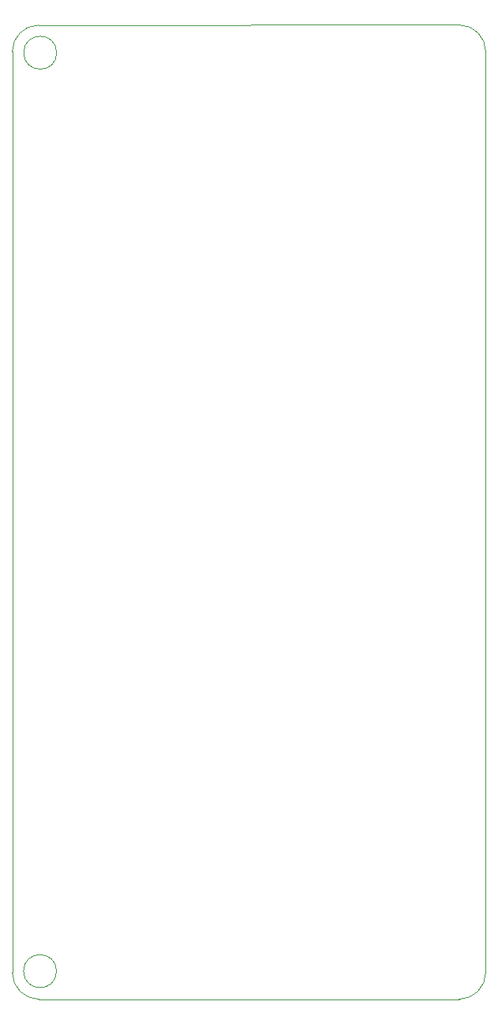
<source format=gbr>
%TF.GenerationSoftware,KiCad,Pcbnew,(6.0.2)*%
%TF.CreationDate,2022-09-22T22:37:32-07:00*%
%TF.ProjectId,Rosco I2C,526f7363-6f20-4493-9243-2e6b69636164,rev?*%
%TF.SameCoordinates,Original*%
%TF.FileFunction,Profile,NP*%
%FSLAX46Y46*%
G04 Gerber Fmt 4.6, Leading zero omitted, Abs format (unit mm)*
G04 Created by KiCad (PCBNEW (6.0.2)) date 2022-09-22 22:37:32*
%MOMM*%
%LPD*%
G01*
G04 APERTURE LIST*
%TA.AperFunction,Profile*%
%ADD10C,0.100000*%
%TD*%
G04 APERTURE END LIST*
D10*
X170060194Y-119560194D02*
X170060194Y-20858046D01*
X220839806Y-119560194D02*
X220839806Y-20839806D01*
X220839806Y-20839806D02*
G75*
G03*
X218000000Y-18000000I-2839806J0D01*
G01*
X174800001Y-119400000D02*
G75*
G03*
X174800001Y-119400000I-1767767J0D01*
G01*
X172900000Y-122400000D02*
X218000000Y-122400000D01*
X218000000Y-18000000D02*
X172900000Y-18018240D01*
X174817767Y-20982234D02*
G75*
G03*
X174817767Y-20982234I-1767767J0D01*
G01*
X218000000Y-122400000D02*
G75*
G03*
X220839806Y-119560194I0J2839806D01*
G01*
X172900000Y-18018240D02*
G75*
G03*
X170060194Y-20858046I0J-2839806D01*
G01*
X170060194Y-119560194D02*
G75*
G03*
X172900000Y-122400000I2839806J0D01*
G01*
M02*

</source>
